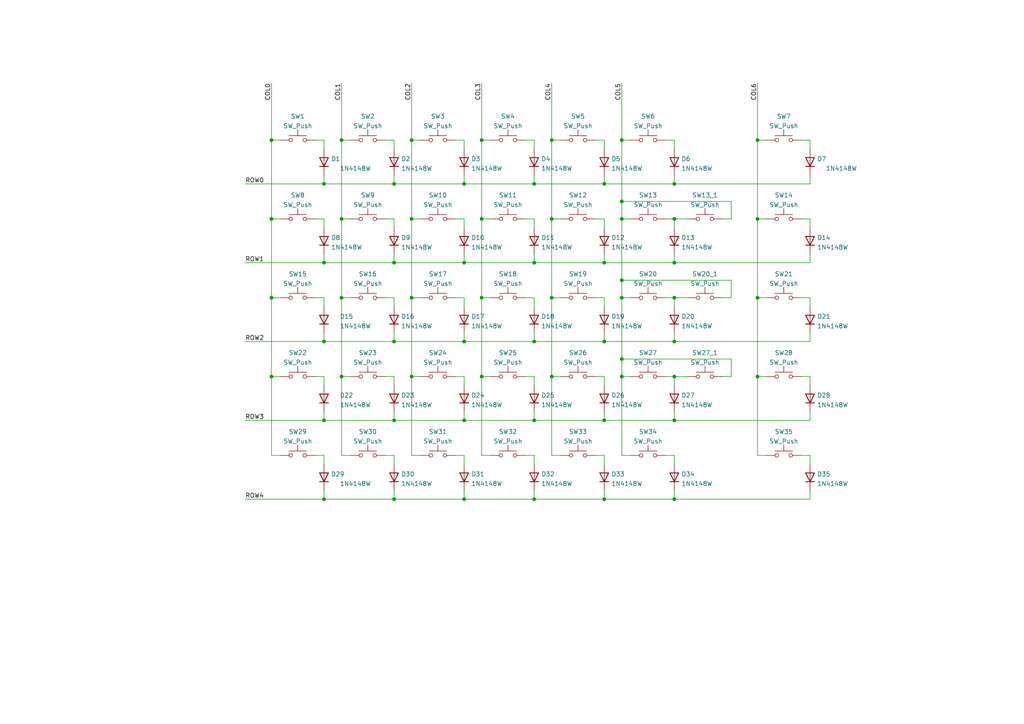
<source format=kicad_sch>
(kicad_sch (version 20210621) (generator eeschema)
  (paper "A4")
  (lib_symbols
    (symbol "Diode:1N4148W" (pin_numbers hide) (pin_names (offset 1.016) hide)
      (property "Reference" "D" (at 0 2.54 0))
      (property "Value" "1N4148W" (at 0 -2.54 0))
      (symbol "1N4148W_0_1"
        (polyline (pts (xy -1.27 1.27) (xy -1.27 -1.27)) (stroke (width 0.254)))
        (polyline (pts (xy 1.27 0) (xy -1.27 0)))
        (polyline (pts (xy 1.27 1.27) (xy 1.27 -1.27) (xy -1.27 0) (xy 1.27 1.27)) (stroke (width 0.254)))
      )
      (symbol "1N4148W_1_1"
        (pin passive line (at -3.81 0 0) (length 2.54) (name "K") (number "1"))
        (pin passive line (at 3.81 0 180) (length 2.54) (name "A") (number "2"))
      )
    )
    (symbol "Switch:SW_Push" (pin_numbers hide) (pin_names (offset 1.016) hide)
      (property "Reference" "SW" (at 1.27 2.54 0))
      (property "Value" "SW_Push" (at 0 -1.524 0))
      (symbol "SW_Push_0_1"
        (circle (center -2.032 0) (radius 0.508))
        (circle (center 2.032 0) (radius 0.508))
        (polyline (pts (xy 0 1.27) (xy 0 3.048)))
        (polyline (pts (xy 2.54 1.27) (xy -2.54 1.27)))
        (pin passive line (at -5.08 0 0) (length 2.54) (name "1") (number "1"))
        (pin passive line (at 5.08 0 180) (length 2.54) (name "2") (number "2"))
      )
    )
  )
  (junction (at 78.74 40.64))
  (junction (at 78.74 63.5))
  (junction (at 78.74 86.36))
  (junction (at 78.74 109.22))
  (junction (at 93.98 53.34))
  (junction (at 93.98 76.2))
  (junction (at 93.98 99.06))
  (junction (at 93.98 121.92))
  (junction (at 93.98 144.78))
  (junction (at 99.06 40.64))
  (junction (at 99.06 63.5))
  (junction (at 99.06 86.36))
  (junction (at 99.06 109.22))
  (junction (at 114.3 53.34))
  (junction (at 114.3 76.2))
  (junction (at 114.3 99.06))
  (junction (at 114.3 121.92))
  (junction (at 114.3 144.78))
  (junction (at 119.38 40.64))
  (junction (at 119.38 63.5))
  (junction (at 119.38 86.36))
  (junction (at 119.38 109.22))
  (junction (at 134.62 53.34))
  (junction (at 134.62 76.2))
  (junction (at 134.62 99.06))
  (junction (at 134.62 121.92))
  (junction (at 134.62 144.78))
  (junction (at 139.7 40.64))
  (junction (at 139.7 63.5))
  (junction (at 139.7 86.36))
  (junction (at 139.7 109.22))
  (junction (at 154.94 53.34))
  (junction (at 154.94 76.2))
  (junction (at 154.94 99.06))
  (junction (at 154.94 121.92))
  (junction (at 154.94 144.78))
  (junction (at 160.02 40.64))
  (junction (at 160.02 63.5))
  (junction (at 160.02 86.36))
  (junction (at 160.02 109.22))
  (junction (at 175.26 53.34))
  (junction (at 175.26 76.2))
  (junction (at 175.26 99.06))
  (junction (at 175.26 121.92))
  (junction (at 175.26 144.78))
  (junction (at 180.34 40.64))
  (junction (at 180.34 58.42))
  (junction (at 180.34 63.5))
  (junction (at 180.34 81.28))
  (junction (at 180.34 86.36))
  (junction (at 180.34 104.14))
  (junction (at 180.34 109.22))
  (junction (at 195.58 53.34))
  (junction (at 195.58 63.5))
  (junction (at 195.58 76.2))
  (junction (at 195.58 86.36))
  (junction (at 195.58 99.06))
  (junction (at 195.58 109.22))
  (junction (at 195.58 121.92))
  (junction (at 195.58 144.78))
  (junction (at 219.71 40.64))
  (junction (at 219.71 63.5))
  (junction (at 219.71 86.36))
  (junction (at 219.71 109.22))
  (wire (pts (xy 71.12 53.34) (xy 93.98 53.34)))
  (wire (pts (xy 71.12 76.2) (xy 93.98 76.2)))
  (wire (pts (xy 71.12 99.06) (xy 93.98 99.06)))
  (wire (pts (xy 71.12 121.92) (xy 93.98 121.92)))
  (wire (pts (xy 71.12 144.78) (xy 93.98 144.78)))
  (wire (pts (xy 78.74 24.13) (xy 78.74 40.64)))
  (wire (pts (xy 78.74 40.64) (xy 78.74 63.5)))
  (wire (pts (xy 78.74 63.5) (xy 78.74 86.36)))
  (wire (pts (xy 78.74 63.5) (xy 81.28 63.5)))
  (wire (pts (xy 78.74 86.36) (xy 78.74 109.22)))
  (wire (pts (xy 78.74 86.36) (xy 81.28 86.36)))
  (wire (pts (xy 78.74 109.22) (xy 78.74 132.08)))
  (wire (pts (xy 78.74 109.22) (xy 81.28 109.22)))
  (wire (pts (xy 78.74 132.08) (xy 81.28 132.08)))
  (wire (pts (xy 81.28 40.64) (xy 78.74 40.64)))
  (wire (pts (xy 91.44 40.64) (xy 93.98 40.64)))
  (wire (pts (xy 91.44 63.5) (xy 93.98 63.5)))
  (wire (pts (xy 91.44 86.36) (xy 93.98 86.36)))
  (wire (pts (xy 91.44 109.22) (xy 93.98 109.22)))
  (wire (pts (xy 91.44 132.08) (xy 93.98 132.08)))
  (wire (pts (xy 93.98 40.64) (xy 93.98 43.18)))
  (wire (pts (xy 93.98 50.8) (xy 93.98 53.34)))
  (wire (pts (xy 93.98 53.34) (xy 114.3 53.34)))
  (wire (pts (xy 93.98 63.5) (xy 93.98 66.04)))
  (wire (pts (xy 93.98 73.66) (xy 93.98 76.2)))
  (wire (pts (xy 93.98 76.2) (xy 114.3 76.2)))
  (wire (pts (xy 93.98 86.36) (xy 93.98 88.9)))
  (wire (pts (xy 93.98 96.52) (xy 93.98 99.06)))
  (wire (pts (xy 93.98 99.06) (xy 114.3 99.06)))
  (wire (pts (xy 93.98 109.22) (xy 93.98 111.76)))
  (wire (pts (xy 93.98 119.38) (xy 93.98 121.92)))
  (wire (pts (xy 93.98 121.92) (xy 114.3 121.92)))
  (wire (pts (xy 93.98 132.08) (xy 93.98 134.62)))
  (wire (pts (xy 93.98 142.24) (xy 93.98 144.78)))
  (wire (pts (xy 93.98 144.78) (xy 114.3 144.78)))
  (wire (pts (xy 99.06 24.13) (xy 99.06 40.64)))
  (wire (pts (xy 99.06 40.64) (xy 99.06 63.5)))
  (wire (pts (xy 99.06 63.5) (xy 99.06 86.36)))
  (wire (pts (xy 99.06 63.5) (xy 101.6 63.5)))
  (wire (pts (xy 99.06 86.36) (xy 99.06 109.22)))
  (wire (pts (xy 99.06 86.36) (xy 101.6 86.36)))
  (wire (pts (xy 99.06 109.22) (xy 99.06 132.08)))
  (wire (pts (xy 99.06 109.22) (xy 101.6 109.22)))
  (wire (pts (xy 99.06 132.08) (xy 101.6 132.08)))
  (wire (pts (xy 101.6 40.64) (xy 99.06 40.64)))
  (wire (pts (xy 111.76 40.64) (xy 114.3 40.64)))
  (wire (pts (xy 111.76 63.5) (xy 114.3 63.5)))
  (wire (pts (xy 111.76 86.36) (xy 114.3 86.36)))
  (wire (pts (xy 111.76 109.22) (xy 114.3 109.22)))
  (wire (pts (xy 111.76 132.08) (xy 114.3 132.08)))
  (wire (pts (xy 114.3 40.64) (xy 114.3 43.18)))
  (wire (pts (xy 114.3 50.8) (xy 114.3 53.34)))
  (wire (pts (xy 114.3 53.34) (xy 134.62 53.34)))
  (wire (pts (xy 114.3 63.5) (xy 114.3 66.04)))
  (wire (pts (xy 114.3 73.66) (xy 114.3 76.2)))
  (wire (pts (xy 114.3 76.2) (xy 134.62 76.2)))
  (wire (pts (xy 114.3 86.36) (xy 114.3 88.9)))
  (wire (pts (xy 114.3 96.52) (xy 114.3 99.06)))
  (wire (pts (xy 114.3 99.06) (xy 134.62 99.06)))
  (wire (pts (xy 114.3 109.22) (xy 114.3 111.76)))
  (wire (pts (xy 114.3 119.38) (xy 114.3 121.92)))
  (wire (pts (xy 114.3 121.92) (xy 134.62 121.92)))
  (wire (pts (xy 114.3 132.08) (xy 114.3 134.62)))
  (wire (pts (xy 114.3 142.24) (xy 114.3 144.78)))
  (wire (pts (xy 114.3 144.78) (xy 134.62 144.78)))
  (wire (pts (xy 119.38 24.13) (xy 119.38 40.64)))
  (wire (pts (xy 119.38 40.64) (xy 119.38 63.5)))
  (wire (pts (xy 119.38 63.5) (xy 119.38 86.36)))
  (wire (pts (xy 119.38 63.5) (xy 121.92 63.5)))
  (wire (pts (xy 119.38 86.36) (xy 119.38 109.22)))
  (wire (pts (xy 119.38 86.36) (xy 121.92 86.36)))
  (wire (pts (xy 119.38 109.22) (xy 119.38 132.08)))
  (wire (pts (xy 119.38 109.22) (xy 121.92 109.22)))
  (wire (pts (xy 119.38 132.08) (xy 121.92 132.08)))
  (wire (pts (xy 121.92 40.64) (xy 119.38 40.64)))
  (wire (pts (xy 132.08 63.5) (xy 134.62 63.5)))
  (wire (pts (xy 132.08 86.36) (xy 134.62 86.36)))
  (wire (pts (xy 132.08 109.22) (xy 134.62 109.22)))
  (wire (pts (xy 132.08 132.08) (xy 134.62 132.08)))
  (wire (pts (xy 134.62 40.64) (xy 132.08 40.64)))
  (wire (pts (xy 134.62 43.18) (xy 134.62 40.64)))
  (wire (pts (xy 134.62 50.8) (xy 134.62 53.34)))
  (wire (pts (xy 134.62 53.34) (xy 154.94 53.34)))
  (wire (pts (xy 134.62 63.5) (xy 134.62 66.04)))
  (wire (pts (xy 134.62 73.66) (xy 134.62 76.2)))
  (wire (pts (xy 134.62 76.2) (xy 154.94 76.2)))
  (wire (pts (xy 134.62 86.36) (xy 134.62 88.9)))
  (wire (pts (xy 134.62 96.52) (xy 134.62 99.06)))
  (wire (pts (xy 134.62 99.06) (xy 154.94 99.06)))
  (wire (pts (xy 134.62 109.22) (xy 134.62 111.76)))
  (wire (pts (xy 134.62 119.38) (xy 134.62 121.92)))
  (wire (pts (xy 134.62 121.92) (xy 154.94 121.92)))
  (wire (pts (xy 134.62 132.08) (xy 134.62 134.62)))
  (wire (pts (xy 134.62 142.24) (xy 134.62 144.78)))
  (wire (pts (xy 134.62 144.78) (xy 154.94 144.78)))
  (wire (pts (xy 139.7 24.13) (xy 139.7 40.64)))
  (wire (pts (xy 139.7 40.64) (xy 139.7 63.5)))
  (wire (pts (xy 139.7 63.5) (xy 139.7 86.36)))
  (wire (pts (xy 139.7 63.5) (xy 142.24 63.5)))
  (wire (pts (xy 139.7 86.36) (xy 139.7 109.22)))
  (wire (pts (xy 139.7 86.36) (xy 142.24 86.36)))
  (wire (pts (xy 139.7 109.22) (xy 139.7 132.08)))
  (wire (pts (xy 139.7 109.22) (xy 142.24 109.22)))
  (wire (pts (xy 139.7 132.08) (xy 142.24 132.08)))
  (wire (pts (xy 142.24 40.64) (xy 139.7 40.64)))
  (wire (pts (xy 152.4 63.5) (xy 154.94 63.5)))
  (wire (pts (xy 152.4 86.36) (xy 154.94 86.36)))
  (wire (pts (xy 152.4 109.22) (xy 154.94 109.22)))
  (wire (pts (xy 152.4 132.08) (xy 154.94 132.08)))
  (wire (pts (xy 154.94 40.64) (xy 152.4 40.64)))
  (wire (pts (xy 154.94 43.18) (xy 154.94 40.64)))
  (wire (pts (xy 154.94 50.8) (xy 154.94 53.34)))
  (wire (pts (xy 154.94 53.34) (xy 175.26 53.34)))
  (wire (pts (xy 154.94 63.5) (xy 154.94 66.04)))
  (wire (pts (xy 154.94 73.66) (xy 154.94 76.2)))
  (wire (pts (xy 154.94 76.2) (xy 175.26 76.2)))
  (wire (pts (xy 154.94 86.36) (xy 154.94 88.9)))
  (wire (pts (xy 154.94 96.52) (xy 154.94 99.06)))
  (wire (pts (xy 154.94 99.06) (xy 175.26 99.06)))
  (wire (pts (xy 154.94 109.22) (xy 154.94 111.76)))
  (wire (pts (xy 154.94 119.38) (xy 154.94 121.92)))
  (wire (pts (xy 154.94 121.92) (xy 175.26 121.92)))
  (wire (pts (xy 154.94 132.08) (xy 154.94 134.62)))
  (wire (pts (xy 154.94 142.24) (xy 154.94 144.78)))
  (wire (pts (xy 154.94 144.78) (xy 175.26 144.78)))
  (wire (pts (xy 160.02 24.13) (xy 160.02 40.64)))
  (wire (pts (xy 160.02 40.64) (xy 160.02 63.5)))
  (wire (pts (xy 160.02 63.5) (xy 160.02 86.36)))
  (wire (pts (xy 160.02 63.5) (xy 162.56 63.5)))
  (wire (pts (xy 160.02 86.36) (xy 160.02 109.22)))
  (wire (pts (xy 160.02 86.36) (xy 162.56 86.36)))
  (wire (pts (xy 160.02 109.22) (xy 160.02 132.08)))
  (wire (pts (xy 160.02 109.22) (xy 162.56 109.22)))
  (wire (pts (xy 160.02 132.08) (xy 162.56 132.08)))
  (wire (pts (xy 162.56 40.64) (xy 160.02 40.64)))
  (wire (pts (xy 172.72 40.64) (xy 175.26 40.64)))
  (wire (pts (xy 172.72 63.5) (xy 175.26 63.5)))
  (wire (pts (xy 172.72 86.36) (xy 175.26 86.36)))
  (wire (pts (xy 172.72 109.22) (xy 175.26 109.22)))
  (wire (pts (xy 172.72 132.08) (xy 175.26 132.08)))
  (wire (pts (xy 175.26 43.18) (xy 175.26 40.64)))
  (wire (pts (xy 175.26 50.8) (xy 175.26 53.34)))
  (wire (pts (xy 175.26 53.34) (xy 195.58 53.34)))
  (wire (pts (xy 175.26 63.5) (xy 175.26 66.04)))
  (wire (pts (xy 175.26 73.66) (xy 175.26 76.2)))
  (wire (pts (xy 175.26 76.2) (xy 195.58 76.2)))
  (wire (pts (xy 175.26 86.36) (xy 175.26 88.9)))
  (wire (pts (xy 175.26 96.52) (xy 175.26 99.06)))
  (wire (pts (xy 175.26 99.06) (xy 195.58 99.06)))
  (wire (pts (xy 175.26 109.22) (xy 175.26 111.76)))
  (wire (pts (xy 175.26 119.38) (xy 175.26 121.92)))
  (wire (pts (xy 175.26 121.92) (xy 195.58 121.92)))
  (wire (pts (xy 175.26 132.08) (xy 175.26 134.62)))
  (wire (pts (xy 175.26 142.24) (xy 175.26 144.78)))
  (wire (pts (xy 175.26 144.78) (xy 195.58 144.78)))
  (wire (pts (xy 180.34 24.13) (xy 180.34 40.64)))
  (wire (pts (xy 180.34 40.64) (xy 180.34 58.42)))
  (wire (pts (xy 180.34 58.42) (xy 180.34 63.5)))
  (wire (pts (xy 180.34 63.5) (xy 180.34 81.28)))
  (wire (pts (xy 180.34 63.5) (xy 182.88 63.5)))
  (wire (pts (xy 180.34 81.28) (xy 180.34 86.36)))
  (wire (pts (xy 180.34 86.36) (xy 180.34 104.14)))
  (wire (pts (xy 180.34 86.36) (xy 182.88 86.36)))
  (wire (pts (xy 180.34 104.14) (xy 180.34 109.22)))
  (wire (pts (xy 180.34 104.14) (xy 212.09 104.14)))
  (wire (pts (xy 180.34 109.22) (xy 180.34 132.08)))
  (wire (pts (xy 180.34 109.22) (xy 182.88 109.22)))
  (wire (pts (xy 180.34 132.08) (xy 182.88 132.08)))
  (wire (pts (xy 182.88 40.64) (xy 180.34 40.64)))
  (wire (pts (xy 193.04 63.5) (xy 195.58 63.5)))
  (wire (pts (xy 193.04 86.36) (xy 195.58 86.36)))
  (wire (pts (xy 193.04 109.22) (xy 195.58 109.22)))
  (wire (pts (xy 193.04 132.08) (xy 195.58 132.08)))
  (wire (pts (xy 195.58 40.64) (xy 193.04 40.64)))
  (wire (pts (xy 195.58 43.18) (xy 195.58 40.64)))
  (wire (pts (xy 195.58 50.8) (xy 195.58 53.34)))
  (wire (pts (xy 195.58 53.34) (xy 234.95 53.34)))
  (wire (pts (xy 195.58 63.5) (xy 195.58 66.04)))
  (wire (pts (xy 195.58 63.5) (xy 199.39 63.5)))
  (wire (pts (xy 195.58 73.66) (xy 195.58 76.2)))
  (wire (pts (xy 195.58 76.2) (xy 234.95 76.2)))
  (wire (pts (xy 195.58 86.36) (xy 195.58 88.9)))
  (wire (pts (xy 195.58 86.36) (xy 199.39 86.36)))
  (wire (pts (xy 195.58 96.52) (xy 195.58 99.06)))
  (wire (pts (xy 195.58 99.06) (xy 234.95 99.06)))
  (wire (pts (xy 195.58 109.22) (xy 195.58 111.76)))
  (wire (pts (xy 195.58 109.22) (xy 199.39 109.22)))
  (wire (pts (xy 195.58 119.38) (xy 195.58 121.92)))
  (wire (pts (xy 195.58 121.92) (xy 234.95 121.92)))
  (wire (pts (xy 195.58 132.08) (xy 195.58 134.62)))
  (wire (pts (xy 195.58 142.24) (xy 195.58 144.78)))
  (wire (pts (xy 195.58 144.78) (xy 234.95 144.78)))
  (wire (pts (xy 209.55 63.5) (xy 212.09 63.5)))
  (wire (pts (xy 209.55 86.36) (xy 212.09 86.36)))
  (wire (pts (xy 209.55 109.22) (xy 212.09 109.22)))
  (wire (pts (xy 212.09 58.42) (xy 180.34 58.42)))
  (wire (pts (xy 212.09 63.5) (xy 212.09 58.42)))
  (wire (pts (xy 212.09 81.28) (xy 180.34 81.28)))
  (wire (pts (xy 212.09 86.36) (xy 212.09 81.28)))
  (wire (pts (xy 212.09 109.22) (xy 212.09 104.14)))
  (wire (pts (xy 219.71 24.13) (xy 219.71 40.64)))
  (wire (pts (xy 219.71 40.64) (xy 219.71 63.5)))
  (wire (pts (xy 219.71 63.5) (xy 219.71 86.36)))
  (wire (pts (xy 219.71 63.5) (xy 222.25 63.5)))
  (wire (pts (xy 219.71 86.36) (xy 219.71 109.22)))
  (wire (pts (xy 219.71 86.36) (xy 222.25 86.36)))
  (wire (pts (xy 219.71 109.22) (xy 219.71 132.08)))
  (wire (pts (xy 219.71 109.22) (xy 222.25 109.22)))
  (wire (pts (xy 219.71 132.08) (xy 222.25 132.08)))
  (wire (pts (xy 222.25 40.64) (xy 219.71 40.64)))
  (wire (pts (xy 232.41 63.5) (xy 234.95 63.5)))
  (wire (pts (xy 232.41 86.36) (xy 234.95 86.36)))
  (wire (pts (xy 232.41 109.22) (xy 234.95 109.22)))
  (wire (pts (xy 232.41 132.08) (xy 234.95 132.08)))
  (wire (pts (xy 234.95 40.64) (xy 232.41 40.64)))
  (wire (pts (xy 234.95 43.18) (xy 234.95 40.64)))
  (wire (pts (xy 234.95 50.8) (xy 234.95 53.34)))
  (wire (pts (xy 234.95 63.5) (xy 234.95 66.04)))
  (wire (pts (xy 234.95 73.66) (xy 234.95 76.2)))
  (wire (pts (xy 234.95 86.36) (xy 234.95 88.9)))
  (wire (pts (xy 234.95 96.52) (xy 234.95 99.06)))
  (wire (pts (xy 234.95 109.22) (xy 234.95 111.76)))
  (wire (pts (xy 234.95 119.38) (xy 234.95 121.92)))
  (wire (pts (xy 234.95 132.08) (xy 234.95 134.62)))
  (wire (pts (xy 234.95 142.24) (xy 234.95 144.78)))
  (label "ROW0" (at 71.12 53.34 0))
  (label "ROW1" (at 71.12 76.2 0))
  (label "ROW2" (at 71.12 99.06 0))
  (label "ROW3" (at 71.12 121.92 0))
  (label "ROW4" (at 71.12 144.78 0))
  (label "COL0" (at 78.74 24.13 270))
  (label "COL1" (at 99.06 24.13 270))
  (label "COL2" (at 119.38 24.13 270))
  (label "COL3" (at 139.7 24.13 270))
  (label "COL4" (at 160.02 24.13 270))
  (label "COL5" (at 180.34 24.13 270))
  (label "COL6" (at 219.71 24.13 270))
  (symbol (lib_id "Diode:1N4148W") (at 93.98 46.99 90) (unit 1)
    (property "Reference" "D1" (at 96.0121 46.0815 90) (effects (justify right)))
    (property "Value" "1N4148W" (at 98.5521 48.8566 90) (effects (justify right)))
    (property "Footprint" "Diode_SMD_TopBottom:D_SOD-123_TopBottom" (effects hide))
    (property "Datasheet" "https://www.vishay.com/docs/85748/1n4148w.pdf" (effects hide))
  )
  (symbol (lib_id "Diode:1N4148W") (at 93.98 69.85 90) (unit 1)
    (property "Reference" "D8" (at 96.0121 68.9415 90) (effects (justify right)))
    (property "Value" "1N4148W" (at 96.0121 71.7166 90) (effects (justify right)))
    (property "Footprint" "Diode_SMD_TopBottom:D_SOD-123_TopBottom" (effects hide))
    (property "Datasheet" "https://www.vishay.com/docs/85748/1n4148w.pdf" (effects hide))
  )
  (symbol (lib_id "Diode:1N4148W") (at 93.98 92.71 90) (unit 1)
    (property "Reference" "D15" (at 98.5521 91.8015 90) (effects (justify right)))
    (property "Value" "1N4148W" (at 98.5521 94.5766 90) (effects (justify right)))
    (property "Footprint" "Diode_SMD_TopBottom:D_SOD-123_TopBottom" (effects hide))
    (property "Datasheet" "https://www.vishay.com/docs/85748/1n4148w.pdf" (effects hide))
  )
  (symbol (lib_id "Diode:1N4148W") (at 93.98 115.57 90) (unit 1)
    (property "Reference" "D22" (at 98.5521 114.6615 90) (effects (justify right)))
    (property "Value" "1N4148W" (at 98.5521 117.4366 90) (effects (justify right)))
    (property "Footprint" "Diode_SMD_TopBottom:D_SOD-123_TopBottom" (effects hide))
    (property "Datasheet" "https://www.vishay.com/docs/85748/1n4148w.pdf" (effects hide))
  )
  (symbol (lib_id "Diode:1N4148W") (at 93.98 138.43 90) (unit 1)
    (property "Reference" "D29" (at 96.0121 137.5215 90) (effects (justify right)))
    (property "Value" "1N4148W" (at 98.5521 140.2966 90) (effects (justify right)))
    (property "Footprint" "Diode_SMD_TopBottom:D_SOD-123_TopBottom" (effects hide))
    (property "Datasheet" "https://www.vishay.com/docs/85748/1n4148w.pdf" (effects hide))
  )
  (symbol (lib_id "Diode:1N4148W") (at 114.3 46.99 90) (unit 1)
    (property "Reference" "D2" (at 116.3321 46.0815 90) (effects (justify right)))
    (property "Value" "1N4148W" (at 116.3321 48.8566 90) (effects (justify right)))
    (property "Footprint" "Diode_SMD_TopBottom:D_SOD-123_TopBottom" (effects hide))
    (property "Datasheet" "https://www.vishay.com/docs/85748/1n4148w.pdf" (effects hide))
  )
  (symbol (lib_id "Diode:1N4148W") (at 114.3 69.85 90) (unit 1)
    (property "Reference" "D9" (at 116.3321 68.9415 90) (effects (justify right)))
    (property "Value" "1N4148W" (at 116.3321 71.7166 90) (effects (justify right)))
    (property "Footprint" "Diode_SMD_TopBottom:D_SOD-123_TopBottom" (effects hide))
    (property "Datasheet" "https://www.vishay.com/docs/85748/1n4148w.pdf" (effects hide))
  )
  (symbol (lib_id "Diode:1N4148W") (at 114.3 92.71 90) (unit 1)
    (property "Reference" "D16" (at 116.3321 91.8015 90) (effects (justify right)))
    (property "Value" "1N4148W" (at 116.3321 94.5766 90) (effects (justify right)))
    (property "Footprint" "Diode_SMD_TopBottom:D_SOD-123_TopBottom" (effects hide))
    (property "Datasheet" "https://www.vishay.com/docs/85748/1n4148w.pdf" (effects hide))
  )
  (symbol (lib_id "Diode:1N4148W") (at 114.3 115.57 90) (unit 1)
    (property "Reference" "D23" (at 116.3321 114.6615 90) (effects (justify right)))
    (property "Value" "1N4148W" (at 116.3321 117.4366 90) (effects (justify right)))
    (property "Footprint" "Diode_SMD_TopBottom:D_SOD-123_TopBottom" (effects hide))
    (property "Datasheet" "https://www.vishay.com/docs/85748/1n4148w.pdf" (effects hide))
  )
  (symbol (lib_id "Diode:1N4148W") (at 114.3 138.43 90) (unit 1)
    (property "Reference" "D30" (at 116.3321 137.5215 90) (effects (justify right)))
    (property "Value" "1N4148W" (at 116.3321 140.2966 90) (effects (justify right)))
    (property "Footprint" "Diode_SMD_TopBottom:D_SOD-123_TopBottom" (effects hide))
    (property "Datasheet" "https://www.vishay.com/docs/85748/1n4148w.pdf" (effects hide))
  )
  (symbol (lib_id "Diode:1N4148W") (at 134.62 46.99 90) (unit 1)
    (property "Reference" "D3" (at 136.6521 46.0815 90) (effects (justify right)))
    (property "Value" "1N4148W" (at 136.6521 48.8566 90) (effects (justify right)))
    (property "Footprint" "Diode_SMD_TopBottom:D_SOD-123_TopBottom" (effects hide))
    (property "Datasheet" "https://www.vishay.com/docs/85748/1n4148w.pdf" (effects hide))
  )
  (symbol (lib_id "Diode:1N4148W") (at 134.62 69.85 90) (unit 1)
    (property "Reference" "D10" (at 136.6521 68.9415 90) (effects (justify right)))
    (property "Value" "1N4148W" (at 136.6521 71.7166 90) (effects (justify right)))
    (property "Footprint" "Diode_SMD_TopBottom:D_SOD-123_TopBottom" (effects hide))
    (property "Datasheet" "https://www.vishay.com/docs/85748/1n4148w.pdf" (effects hide))
  )
  (symbol (lib_id "Diode:1N4148W") (at 134.62 92.71 90) (unit 1)
    (property "Reference" "D17" (at 136.6521 91.8015 90) (effects (justify right)))
    (property "Value" "1N4148W" (at 136.6521 94.5766 90) (effects (justify right)))
    (property "Footprint" "Diode_SMD_TopBottom:D_SOD-123_TopBottom" (effects hide))
    (property "Datasheet" "https://www.vishay.com/docs/85748/1n4148w.pdf" (effects hide))
  )
  (symbol (lib_id "Diode:1N4148W") (at 134.62 115.57 90) (unit 1)
    (property "Reference" "D24" (at 136.6521 114.6615 90) (effects (justify right)))
    (property "Value" "1N4148W" (at 136.6521 117.4366 90) (effects (justify right)))
    (property "Footprint" "Diode_SMD_TopBottom:D_SOD-123_TopBottom" (effects hide))
    (property "Datasheet" "https://www.vishay.com/docs/85748/1n4148w.pdf" (effects hide))
  )
  (symbol (lib_id "Diode:1N4148W") (at 134.62 138.43 90) (unit 1)
    (property "Reference" "D31" (at 136.6521 137.5215 90) (effects (justify right)))
    (property "Value" "1N4148W" (at 136.6521 140.2966 90) (effects (justify right)))
    (property "Footprint" "Diode_SMD_TopBottom:D_SOD-123_TopBottom" (effects hide))
    (property "Datasheet" "https://www.vishay.com/docs/85748/1n4148w.pdf" (effects hide))
  )
  (symbol (lib_id "Diode:1N4148W") (at 154.94 46.99 90) (unit 1)
    (property "Reference" "D4" (at 156.9721 46.0815 90) (effects (justify right)))
    (property "Value" "1N4148W" (at 156.9721 48.8566 90) (effects (justify right)))
    (property "Footprint" "Diode_SMD_TopBottom:D_SOD-123_TopBottom" (effects hide))
    (property "Datasheet" "https://www.vishay.com/docs/85748/1n4148w.pdf" (effects hide))
  )
  (symbol (lib_id "Diode:1N4148W") (at 154.94 69.85 90) (unit 1)
    (property "Reference" "D11" (at 156.9721 68.9415 90) (effects (justify right)))
    (property "Value" "1N4148W" (at 156.9721 71.7166 90) (effects (justify right)))
    (property "Footprint" "Diode_SMD_TopBottom:D_SOD-123_TopBottom" (effects hide))
    (property "Datasheet" "https://www.vishay.com/docs/85748/1n4148w.pdf" (effects hide))
  )
  (symbol (lib_id "Diode:1N4148W") (at 154.94 92.71 90) (unit 1)
    (property "Reference" "D18" (at 156.9721 91.8015 90) (effects (justify right)))
    (property "Value" "1N4148W" (at 156.9721 94.5766 90) (effects (justify right)))
    (property "Footprint" "Diode_SMD_TopBottom:D_SOD-123_TopBottom" (effects hide))
    (property "Datasheet" "https://www.vishay.com/docs/85748/1n4148w.pdf" (effects hide))
  )
  (symbol (lib_id "Diode:1N4148W") (at 154.94 115.57 90) (unit 1)
    (property "Reference" "D25" (at 156.9721 114.6615 90) (effects (justify right)))
    (property "Value" "1N4148W" (at 156.9721 117.4366 90) (effects (justify right)))
    (property "Footprint" "Diode_SMD_TopBottom:D_SOD-123_TopBottom" (effects hide))
    (property "Datasheet" "https://www.vishay.com/docs/85748/1n4148w.pdf" (effects hide))
  )
  (symbol (lib_id "Diode:1N4148W") (at 154.94 138.43 90) (unit 1)
    (property "Reference" "D32" (at 156.9721 137.5215 90) (effects (justify right)))
    (property "Value" "1N4148W" (at 156.9721 140.2966 90) (effects (justify right)))
    (property "Footprint" "Diode_SMD_TopBottom:D_SOD-123_TopBottom" (effects hide))
    (property "Datasheet" "https://www.vishay.com/docs/85748/1n4148w.pdf" (effects hide))
  )
  (symbol (lib_id "Diode:1N4148W") (at 175.26 46.99 90) (unit 1)
    (property "Reference" "D5" (at 177.2921 46.0815 90) (effects (justify right)))
    (property "Value" "1N4148W" (at 177.2921 48.8566 90) (effects (justify right)))
    (property "Footprint" "Diode_SMD_TopBottom:D_SOD-123_TopBottom" (effects hide))
    (property "Datasheet" "https://www.vishay.com/docs/85748/1n4148w.pdf" (effects hide))
  )
  (symbol (lib_id "Diode:1N4148W") (at 175.26 69.85 90) (unit 1)
    (property "Reference" "D12" (at 177.2921 68.9415 90) (effects (justify right)))
    (property "Value" "1N4148W" (at 177.2921 71.7166 90) (effects (justify right)))
    (property "Footprint" "Diode_SMD_TopBottom:D_SOD-123_TopBottom" (effects hide))
    (property "Datasheet" "https://www.vishay.com/docs/85748/1n4148w.pdf" (effects hide))
  )
  (symbol (lib_id "Diode:1N4148W") (at 175.26 92.71 90) (unit 1)
    (property "Reference" "D19" (at 177.2921 91.8015 90) (effects (justify right)))
    (property "Value" "1N4148W" (at 177.2921 94.5766 90) (effects (justify right)))
    (property "Footprint" "Diode_SMD_TopBottom:D_SOD-123_TopBottom" (effects hide))
    (property "Datasheet" "https://www.vishay.com/docs/85748/1n4148w.pdf" (effects hide))
  )
  (symbol (lib_id "Diode:1N4148W") (at 175.26 115.57 90) (unit 1)
    (property "Reference" "D26" (at 177.2921 114.6615 90) (effects (justify right)))
    (property "Value" "1N4148W" (at 177.2921 117.4366 90) (effects (justify right)))
    (property "Footprint" "Diode_SMD_TopBottom:D_SOD-123_TopBottom" (effects hide))
    (property "Datasheet" "https://www.vishay.com/docs/85748/1n4148w.pdf" (effects hide))
  )
  (symbol (lib_id "Diode:1N4148W") (at 175.26 138.43 90) (unit 1)
    (property "Reference" "D33" (at 177.2921 137.5215 90) (effects (justify right)))
    (property "Value" "1N4148W" (at 177.2921 140.2966 90) (effects (justify right)))
    (property "Footprint" "Diode_SMD_TopBottom:D_SOD-123_TopBottom" (effects hide))
    (property "Datasheet" "https://www.vishay.com/docs/85748/1n4148w.pdf" (effects hide))
  )
  (symbol (lib_id "Diode:1N4148W") (at 195.58 46.99 90) (unit 1)
    (property "Reference" "D6" (at 197.6121 46.0815 90) (effects (justify right)))
    (property "Value" "1N4148W" (at 197.6121 48.8566 90) (effects (justify right)))
    (property "Footprint" "Diode_SMD_TopBottom:D_SOD-123_TopBottom" (effects hide))
    (property "Datasheet" "https://www.vishay.com/docs/85748/1n4148w.pdf" (effects hide))
  )
  (symbol (lib_id "Diode:1N4148W") (at 195.58 69.85 90) (unit 1)
    (property "Reference" "D13" (at 197.6121 68.9415 90) (effects (justify right)))
    (property "Value" "1N4148W" (at 197.6121 71.7166 90) (effects (justify right)))
    (property "Footprint" "Diode_SMD_TopBottom:D_SOD-123_TopBottom" (effects hide))
    (property "Datasheet" "https://www.vishay.com/docs/85748/1n4148w.pdf" (effects hide))
  )
  (symbol (lib_id "Diode:1N4148W") (at 195.58 92.71 90) (unit 1)
    (property "Reference" "D20" (at 197.6121 91.8015 90) (effects (justify right)))
    (property "Value" "1N4148W" (at 197.6121 94.5766 90) (effects (justify right)))
    (property "Footprint" "Diode_SMD_TopBottom:D_SOD-123_TopBottom" (effects hide))
    (property "Datasheet" "https://www.vishay.com/docs/85748/1n4148w.pdf" (effects hide))
  )
  (symbol (lib_id "Diode:1N4148W") (at 195.58 115.57 90) (unit 1)
    (property "Reference" "D27" (at 197.6121 114.6615 90) (effects (justify right)))
    (property "Value" "1N4148W" (at 197.6121 117.4366 90) (effects (justify right)))
    (property "Footprint" "Diode_SMD_TopBottom:D_SOD-123_TopBottom" (effects hide))
    (property "Datasheet" "https://www.vishay.com/docs/85748/1n4148w.pdf" (effects hide))
  )
  (symbol (lib_id "Diode:1N4148W") (at 195.58 138.43 90) (unit 1)
    (property "Reference" "D34" (at 197.6121 137.5215 90) (effects (justify right)))
    (property "Value" "1N4148W" (at 197.6121 140.2966 90) (effects (justify right)))
    (property "Footprint" "Diode_SMD_TopBottom:D_SOD-123_TopBottom" (effects hide))
    (property "Datasheet" "https://www.vishay.com/docs/85748/1n4148w.pdf" (effects hide))
  )
  (symbol (lib_id "Diode:1N4148W") (at 234.95 46.99 90) (unit 1)
    (property "Reference" "D7" (at 236.9821 46.0815 90) (effects (justify right)))
    (property "Value" "1N4148W" (at 239.5221 48.8566 90) (effects (justify right)))
    (property "Footprint" "Diode_SMD_TopBottom:D_SOD-123_TopBottom" (effects hide))
    (property "Datasheet" "https://www.vishay.com/docs/85748/1n4148w.pdf" (effects hide))
  )
  (symbol (lib_id "Diode:1N4148W") (at 234.95 69.85 90) (unit 1)
    (property "Reference" "D14" (at 236.9821 68.9415 90) (effects (justify right)))
    (property "Value" "1N4148W" (at 236.9821 71.7166 90) (effects (justify right)))
    (property "Footprint" "Diode_SMD_TopBottom:D_SOD-123_TopBottom" (effects hide))
    (property "Datasheet" "https://www.vishay.com/docs/85748/1n4148w.pdf" (effects hide))
  )
  (symbol (lib_id "Diode:1N4148W") (at 234.95 92.71 90) (unit 1)
    (property "Reference" "D21" (at 236.9821 91.8015 90) (effects (justify right)))
    (property "Value" "1N4148W" (at 236.9821 94.5766 90) (effects (justify right)))
    (property "Footprint" "Diode_SMD_TopBottom:D_SOD-123_TopBottom" (effects hide))
    (property "Datasheet" "https://www.vishay.com/docs/85748/1n4148w.pdf" (effects hide))
  )
  (symbol (lib_id "Diode:1N4148W") (at 234.95 115.57 90) (unit 1)
    (property "Reference" "D28" (at 236.9821 114.6615 90) (effects (justify right)))
    (property "Value" "1N4148W" (at 236.9821 117.4366 90) (effects (justify right)))
    (property "Footprint" "Diode_SMD_TopBottom:D_SOD-123_TopBottom" (effects hide))
    (property "Datasheet" "https://www.vishay.com/docs/85748/1n4148w.pdf" (effects hide))
  )
  (symbol (lib_id "Diode:1N4148W") (at 234.95 138.43 90) (unit 1)
    (property "Reference" "D35" (at 236.9821 137.5215 90) (effects (justify right)))
    (property "Value" "1N4148W" (at 236.9821 140.2966 90) (effects (justify right)))
    (property "Footprint" "Diode_SMD_TopBottom:D_SOD-123_TopBottom" (effects hide))
    (property "Datasheet" "https://www.vishay.com/docs/85748/1n4148w.pdf" (effects hide))
  )
  (symbol (lib_id "Switch:SW_Push") (at 86.36 40.64 0) (unit 1)
    (property "Reference" "SW1" (at 86.36 33.7524 0))
    (property "Value" "SW_Push" (at 86.36 36.5275 0))
    (property "Footprint" "Button_Switch_Keyboard_Swappable:SW_Cherry_MX_1.00u_Kailh_Socket_TopBottom" (effects hide))
  )
  (symbol (lib_id "Switch:SW_Push") (at 86.36 63.5 0) (unit 1)
    (property "Reference" "SW8" (at 86.36 56.6124 0))
    (property "Value" "SW_Push" (at 86.36 59.3875 0))
    (property "Footprint" "Button_Switch_Keyboard_Swappable:SW_Cherry_MX_1.00u_Kailh_Socket_TopBottom" (effects hide))
  )
  (symbol (lib_id "Switch:SW_Push") (at 86.36 86.36 0) (unit 1)
    (property "Reference" "SW15" (at 86.36 79.4724 0))
    (property "Value" "SW_Push" (at 86.36 82.2475 0))
    (property "Footprint" "Button_Switch_Keyboard_Swappable:SW_Cherry_MX_1.00u_Kailh_Socket_TopBottom" (effects hide))
  )
  (symbol (lib_id "Switch:SW_Push") (at 86.36 109.22 0) (unit 1)
    (property "Reference" "SW22" (at 86.36 102.3324 0))
    (property "Value" "SW_Push" (at 86.36 105.1075 0))
    (property "Footprint" "Button_Switch_Keyboard_Swappable:SW_Cherry_MX_1.00u_Kailh_Socket_TopBottom" (effects hide))
  )
  (symbol (lib_id "Switch:SW_Push") (at 86.36 132.08 0) (unit 1)
    (property "Reference" "SW29" (at 86.36 125.1924 0))
    (property "Value" "SW_Push" (at 86.36 127.9675 0))
    (property "Footprint" "Button_Switch_Keyboard_Swappable:SW_Cherry_MX_1.00u_Kailh_Socket_TopBottom" (effects hide))
  )
  (symbol (lib_id "Switch:SW_Push") (at 106.68 40.64 0) (unit 1)
    (property "Reference" "SW2" (at 106.68 33.7524 0))
    (property "Value" "SW_Push" (at 106.68 36.5275 0))
    (property "Footprint" "Button_Switch_Keyboard_Swappable:SW_Cherry_MX_1.00u_Kailh_Socket_TopBottom" (effects hide))
  )
  (symbol (lib_id "Switch:SW_Push") (at 106.68 63.5 0) (unit 1)
    (property "Reference" "SW9" (at 106.68 56.6124 0))
    (property "Value" "SW_Push" (at 106.68 59.3875 0))
    (property "Footprint" "Button_Switch_Keyboard_Swappable:SW_Cherry_MX_1.00u_Kailh_Socket_TopBottom" (effects hide))
  )
  (symbol (lib_id "Switch:SW_Push") (at 106.68 86.36 0) (unit 1)
    (property "Reference" "SW16" (at 106.68 79.4724 0))
    (property "Value" "SW_Push" (at 106.68 82.2475 0))
    (property "Footprint" "Button_Switch_Keyboard_Swappable:SW_Cherry_MX_1.00u_Kailh_Socket_TopBottom" (effects hide))
  )
  (symbol (lib_id "Switch:SW_Push") (at 106.68 109.22 0) (unit 1)
    (property "Reference" "SW23" (at 106.68 102.3324 0))
    (property "Value" "SW_Push" (at 106.68 105.1075 0))
    (property "Footprint" "Button_Switch_Keyboard_Swappable:SW_Cherry_MX_1.00u_Kailh_Socket_TopBottom" (effects hide))
  )
  (symbol (lib_id "Switch:SW_Push") (at 106.68 132.08 0) (unit 1)
    (property "Reference" "SW30" (at 106.68 125.1924 0))
    (property "Value" "SW_Push" (at 106.68 127.9675 0))
    (property "Footprint" "Button_Switch_Keyboard_Swappable:SW_Cherry_MX_1.00u_Kailh_Socket_TopBottom" (effects hide))
  )
  (symbol (lib_id "Switch:SW_Push") (at 127 40.64 0) (unit 1)
    (property "Reference" "SW3" (at 127 33.7524 0))
    (property "Value" "SW_Push" (at 127 36.5275 0))
    (property "Footprint" "Button_Switch_Keyboard_Swappable:SW_Cherry_MX_1.00u_Kailh_Socket_TopBottom" (effects hide))
  )
  (symbol (lib_id "Switch:SW_Push") (at 127 63.5 0) (unit 1)
    (property "Reference" "SW10" (at 127 56.6124 0))
    (property "Value" "SW_Push" (at 127 59.3875 0))
    (property "Footprint" "Button_Switch_Keyboard_Swappable:SW_Cherry_MX_1.00u_Kailh_Socket_TopBottom" (effects hide))
  )
  (symbol (lib_id "Switch:SW_Push") (at 127 86.36 0) (unit 1)
    (property "Reference" "SW17" (at 127 79.4724 0))
    (property "Value" "SW_Push" (at 127 82.2475 0))
    (property "Footprint" "Button_Switch_Keyboard_Swappable:SW_Cherry_MX_1.00u_Kailh_Socket_TopBottom" (effects hide))
  )
  (symbol (lib_id "Switch:SW_Push") (at 127 109.22 0) (unit 1)
    (property "Reference" "SW24" (at 127 102.3324 0))
    (property "Value" "SW_Push" (at 127 105.1075 0))
    (property "Footprint" "Button_Switch_Keyboard_Swappable:SW_Cherry_MX_1.00u_Kailh_Socket_TopBottom" (effects hide))
  )
  (symbol (lib_id "Switch:SW_Push") (at 127 132.08 0) (unit 1)
    (property "Reference" "SW31" (at 127 125.1924 0))
    (property "Value" "SW_Push" (at 127 127.9675 0))
    (property "Footprint" "Button_Switch_Keyboard_Swappable:SW_Cherry_MX_1.25u_Kailh_Socket_TopBottom" (effects hide))
  )
  (symbol (lib_id "Switch:SW_Push") (at 147.32 40.64 0) (unit 1)
    (property "Reference" "SW4" (at 147.32 33.7524 0))
    (property "Value" "SW_Push" (at 147.32 36.5275 0))
    (property "Footprint" "Button_Switch_Keyboard_Swappable:SW_Cherry_MX_1.00u_Kailh_Socket_TopBottom" (effects hide))
  )
  (symbol (lib_id "Switch:SW_Push") (at 147.32 63.5 0) (unit 1)
    (property "Reference" "SW11" (at 147.32 56.6124 0))
    (property "Value" "SW_Push" (at 147.32 59.3875 0))
    (property "Footprint" "Button_Switch_Keyboard_Swappable:SW_Cherry_MX_1.00u_Kailh_Socket_TopBottom" (effects hide))
  )
  (symbol (lib_id "Switch:SW_Push") (at 147.32 86.36 0) (unit 1)
    (property "Reference" "SW18" (at 147.32 79.4724 0))
    (property "Value" "SW_Push" (at 147.32 82.2475 0))
    (property "Footprint" "Button_Switch_Keyboard_Swappable:SW_Cherry_MX_1.00u_Kailh_Socket_TopBottom" (effects hide))
  )
  (symbol (lib_id "Switch:SW_Push") (at 147.32 109.22 0) (unit 1)
    (property "Reference" "SW25" (at 147.32 102.3324 0))
    (property "Value" "SW_Push" (at 147.32 105.1075 0))
    (property "Footprint" "Button_Switch_Keyboard_Swappable:SW_Cherry_MX_1.00u_Kailh_Socket_TopBottom" (effects hide))
  )
  (symbol (lib_id "Switch:SW_Push") (at 147.32 132.08 0) (unit 1)
    (property "Reference" "SW32" (at 147.32 125.1924 0))
    (property "Value" "SW_Push" (at 147.32 127.9675 0))
    (property "Footprint" "Button_Switch_Keyboard_Swappable:SW_Cherry_MX_1.00u_Kailh_Socket_TopBottom" (effects hide))
  )
  (symbol (lib_id "Switch:SW_Push") (at 167.64 40.64 0) (unit 1)
    (property "Reference" "SW5" (at 167.64 33.7524 0))
    (property "Value" "SW_Push" (at 167.64 36.5275 0))
    (property "Footprint" "Button_Switch_Keyboard_Swappable:SW_Cherry_MX_1.00u_Kailh_Socket_TopBottom" (effects hide))
  )
  (symbol (lib_id "Switch:SW_Push") (at 167.64 63.5 0) (unit 1)
    (property "Reference" "SW12" (at 167.64 56.6124 0))
    (property "Value" "SW_Push" (at 167.64 59.3875 0))
    (property "Footprint" "Button_Switch_Keyboard_Swappable:SW_Cherry_MX_1.00u_Kailh_Socket_TopBottom" (effects hide))
  )
  (symbol (lib_id "Switch:SW_Push") (at 167.64 86.36 0) (unit 1)
    (property "Reference" "SW19" (at 167.64 79.4724 0))
    (property "Value" "SW_Push" (at 167.64 82.2475 0))
    (property "Footprint" "Button_Switch_Keyboard_Swappable:SW_Cherry_MX_1.00u_Kailh_Socket_TopBottom" (effects hide))
  )
  (symbol (lib_id "Switch:SW_Push") (at 167.64 109.22 0) (unit 1)
    (property "Reference" "SW26" (at 167.64 102.3324 0))
    (property "Value" "SW_Push" (at 167.64 105.1075 0))
    (property "Footprint" "Button_Switch_Keyboard_Swappable:SW_Cherry_MX_1.00u_Kailh_Socket_TopBottom" (effects hide))
  )
  (symbol (lib_id "Switch:SW_Push") (at 167.64 132.08 0) (unit 1)
    (property "Reference" "SW33" (at 167.64 125.1924 0))
    (property "Value" "SW_Push" (at 167.64 127.9675 0))
    (property "Footprint" "Button_Switch_Keyboard_Swappable:SW_Cherry_MX_1.00u_Kailh_Socket_TopBottom" (effects hide))
  )
  (symbol (lib_id "Switch:SW_Push") (at 187.96 40.64 0) (unit 1)
    (property "Reference" "SW6" (at 187.96 33.7524 0))
    (property "Value" "SW_Push" (at 187.96 36.5275 0))
    (property "Footprint" "Button_Switch_Keyboard_Swappable:SW_Cherry_MX_1.00u_Kailh_Socket_TopBottom" (effects hide))
  )
  (symbol (lib_id "Switch:SW_Push") (at 187.96 63.5 0) (unit 1)
    (property "Reference" "SW13" (at 187.96 56.6124 0))
    (property "Value" "SW_Push" (at 187.96 59.3875 0))
    (property "Footprint" "Button_Switch_Keyboard_Swappable:SW_Cherry_MX_1.00u_Kailh_Socket_TopBottom" (effects hide))
  )
  (symbol (lib_id "Switch:SW_Push") (at 187.96 86.36 0) (unit 1)
    (property "Reference" "SW20" (at 187.96 79.4724 0))
    (property "Value" "SW_Push" (at 187.96 82.2475 0))
    (property "Footprint" "Button_Switch_Keyboard_Swappable:SW_Cherry_MX_1.00u_Kailh_Socket_TopBottom" (effects hide))
  )
  (symbol (lib_id "Switch:SW_Push") (at 187.96 109.22 0) (unit 1)
    (property "Reference" "SW27" (at 187.96 102.3324 0))
    (property "Value" "SW_Push" (at 187.96 105.1075 0))
    (property "Footprint" "Button_Switch_Keyboard_Swappable:SW_Cherry_MX_1.00u_Kailh_Socket_TopBottom" (effects hide))
  )
  (symbol (lib_id "Switch:SW_Push") (at 187.96 132.08 0) (unit 1)
    (property "Reference" "SW34" (at 187.96 125.1924 0))
    (property "Value" "SW_Push" (at 187.96 127.9675 0))
    (property "Footprint" "Button_Switch_Keyboard_Swappable:SW_Cherry_MX_1.00u_Kailh_Socket_TopBottom" (effects hide))
  )
  (symbol (lib_id "Switch:SW_Push") (at 204.47 63.5 0) (unit 1)
    (property "Reference" "SW13_1" (at 204.47 56.6124 0))
    (property "Value" "SW_Push" (at 204.47 59.3875 0))
    (property "Footprint" "Button_Switch_Keyboard_Swappable:SW_Cherry_MX_2.00u_Kailh_Socket_NoStabilizer_TopBottom" (effects hide))
  )
  (symbol (lib_id "Switch:SW_Push") (at 204.47 86.36 0) (unit 1)
    (property "Reference" "SW20_1" (at 204.47 79.4724 0))
    (property "Value" "SW_Push" (at 204.47 82.2475 0))
    (property "Footprint" "Button_Switch_Keyboard_Swappable:SW_Cherry_MX_2.00u_Kailh_Socket_NoStabilizer_TopBottom" (effects hide))
  )
  (symbol (lib_id "Switch:SW_Push") (at 204.47 109.22 0) (unit 1)
    (property "Reference" "SW27_1" (at 204.47 102.3324 0))
    (property "Value" "SW_Push" (at 204.47 105.1075 0))
    (property "Footprint" "Button_Switch_Keyboard_Swappable:SW_Cherry_MX_2.00u_Kailh_Socket_NoStabilizer_TopBottom" (effects hide))
  )
  (symbol (lib_id "Switch:SW_Push") (at 227.33 40.64 0) (unit 1)
    (property "Reference" "SW7" (at 227.33 33.7524 0))
    (property "Value" "SW_Push" (at 227.33 36.5275 0))
    (property "Footprint" "Button_Switch_Keyboard_Swappable:SW_Cherry_MX_1.00u_Kailh_Socket_TopBottom" (effects hide))
  )
  (symbol (lib_id "Switch:SW_Push") (at 227.33 63.5 0) (unit 1)
    (property "Reference" "SW14" (at 227.33 56.6124 0))
    (property "Value" "SW_Push" (at 227.33 59.3875 0))
    (property "Footprint" "Button_Switch_Keyboard_Swappable:SW_Cherry_MX_1.00u_Kailh_Socket_TopBottom" (effects hide))
  )
  (symbol (lib_id "Switch:SW_Push") (at 227.33 86.36 0) (unit 1)
    (property "Reference" "SW21" (at 227.33 79.4724 0))
    (property "Value" "SW_Push" (at 227.33 82.2475 0))
    (property "Footprint" "Button_Switch_Keyboard_Swappable:SW_Cherry_MX_1.00u_Kailh_Socket_TopBottom" (effects hide))
  )
  (symbol (lib_id "Switch:SW_Push") (at 227.33 109.22 0) (unit 1)
    (property "Reference" "SW28" (at 227.33 102.3324 0))
    (property "Value" "SW_Push" (at 227.33 105.1075 0))
    (property "Footprint" "Button_Switch_Keyboard_Swappable:SW_Cherry_MX_1.00u_Kailh_Socket_TopBottom" (effects hide))
  )
  (symbol (lib_id "Switch:SW_Push") (at 227.33 132.08 0) (unit 1)
    (property "Reference" "SW35" (at 227.33 125.1924 0))
    (property "Value" "SW_Push" (at 227.33 127.9675 0))
    (property "Footprint" "Button_Switch_Keyboard_Swappable:SW_Cherry_MX_1.00u_Kailh_Socket_TopBottom" (effects hide))
  )
)
</source>
